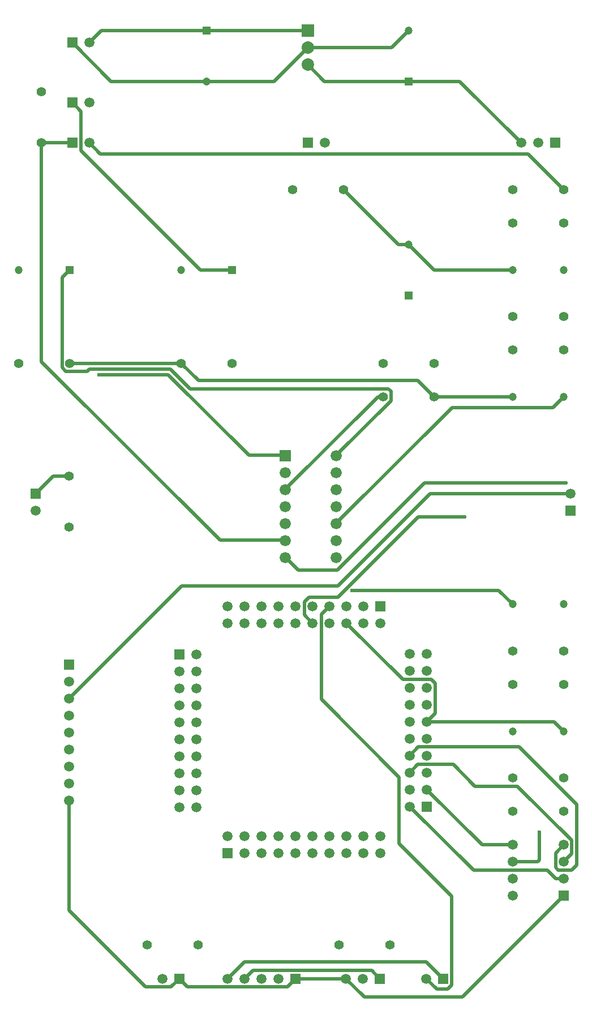
<source format=gbl>
G04 Layer_Physical_Order=2*
G04 Layer_Color=16711680*
%FSLAX25Y25*%
%MOIN*%
G70*
G01*
G75*
%ADD10C,0.01968*%
%ADD11C,0.05900*%
%ADD12R,0.05900X0.05900*%
%ADD13C,0.06600*%
%ADD14R,0.06600X0.06600*%
%ADD15C,0.04724*%
%ADD16R,0.04724X0.04724*%
%ADD17R,0.04724X0.04724*%
%ADD18C,0.05905*%
%ADD19R,0.05905X0.05905*%
%ADD20R,0.05905X0.05905*%
%ADD21C,0.07323*%
%ADD22R,0.07323X0.07323*%
%ADD23C,0.05512*%
%ADD24C,0.02362*%
D10*
X336221Y109342D02*
Y125591D01*
X334989Y108110D02*
X336221Y109342D01*
X320394Y108110D02*
X334989D01*
X186535Y287402D02*
X194087Y279850D01*
X345847Y98110D02*
X350394D01*
X302441Y118110D02*
X320394D01*
X350394Y108110D02*
X355150Y112866D01*
X216535Y347402D02*
X248650Y379516D01*
X165153Y347402D02*
X186535D01*
X147977Y297402D02*
X186535D01*
X225850Y268050D02*
X312226D01*
X320433Y259842D01*
X217378Y263850D02*
X264778Y311250D01*
X217350Y270450D02*
X271861Y324961D01*
X125332Y270450D02*
X217350D01*
X200450Y263850D02*
X217378D01*
X217050Y279850D02*
X268450Y331250D01*
X194087Y279850D02*
X217050D01*
X357950Y106150D02*
Y141950D01*
X355150Y112866D02*
Y120750D01*
X140157Y597677D02*
X169850D01*
X169889Y597638D01*
X199606D01*
X274055Y381890D02*
X320433D01*
X59488Y401575D02*
X125158D01*
X192520Y39370D02*
X222126D01*
X42913Y531457D02*
X51850D01*
X51889Y531496D01*
X61024D01*
X124016Y39370D02*
X128836Y34550D01*
X187699D01*
X192520Y39370D01*
X237346Y44150D02*
X242126Y39370D01*
X167299Y44150D02*
X237346D01*
X162520Y39370D02*
X167299Y44150D01*
X269548Y49350D02*
X279528Y39370D01*
X162499Y49350D02*
X269548D01*
X152520Y39370D02*
X162499Y49350D01*
X329420Y524950D02*
X350433Y503937D01*
X77570Y524950D02*
X329420D01*
X71024Y531496D02*
X77570Y524950D01*
X199606Y587638D02*
X249016D01*
X259055Y597677D01*
X179646Y567677D02*
X199606Y587638D01*
X140157Y567677D02*
X179646D01*
X49646Y335079D02*
X59055D01*
X39370Y324803D02*
X49646Y335079D01*
X289252Y567677D02*
X325433Y531496D01*
X259055Y567677D02*
X289252D01*
X269843Y150709D02*
X302441Y118110D01*
X344193Y375650D02*
X350433Y381890D01*
X284783Y375650D02*
X344193D01*
X216535Y307402D02*
X284783Y375650D01*
X207750Y253891D02*
X212520Y258661D01*
X207750Y203750D02*
Y253891D01*
Y203750D02*
X253450Y158050D01*
Y118950D02*
Y158050D01*
Y118950D02*
X284350Y88050D01*
Y35507D02*
Y88050D01*
X281992Y33150D02*
X284350Y35507D01*
X275748Y33150D02*
X281992D01*
X269528Y39370D02*
X275748Y33150D01*
X259843Y160709D02*
X264584Y165450D01*
X285475D01*
X298213Y152711D01*
X323188D01*
X355150Y120750D01*
X340808Y103150D02*
X345847Y98110D01*
X297402Y103150D02*
X340808D01*
X259843Y140709D02*
X297402Y103150D01*
X345650Y113366D02*
X350394Y118110D01*
X345650Y104850D02*
Y113366D01*
Y104850D02*
X347150Y103350D01*
X355150D01*
X357950Y106150D01*
X324150Y175750D02*
X357950Y141950D01*
X264884Y175750D02*
X324150D01*
X259843Y170709D02*
X264884Y175750D01*
X59055Y79544D02*
Y144173D01*
Y79544D02*
X104050Y34550D01*
X119195D01*
X124016Y39370D01*
X271861Y324961D02*
X354331D01*
X59055Y204173D02*
X125332Y270450D01*
X268450Y331250D02*
X351850D01*
X71024Y590551D02*
X78150Y597677D01*
X140157D01*
X54950Y452154D02*
X59488Y456693D01*
X54950Y399150D02*
Y452154D01*
Y399150D02*
X57150Y396950D01*
X69750D01*
X71150Y398350D01*
X118650D01*
X130450Y386550D01*
X247250D01*
X248650Y385150D01*
Y379516D02*
Y385150D01*
X125158Y401575D02*
X135283Y391450D01*
X264495D01*
X274055Y381890D01*
X259055Y471693D02*
X274055Y456693D01*
X320433D01*
X220906Y503937D02*
X253150Y471693D01*
X259055D01*
X344764Y190709D02*
X350433Y185039D01*
X269843Y190709D02*
X344764D01*
X269843D02*
X274650Y195516D01*
Y213150D01*
X272350Y215450D02*
X274650Y213150D01*
X255731Y215450D02*
X272350D01*
X222520Y248661D02*
X255731Y215450D01*
X83897Y567677D02*
X140157D01*
X61024Y590551D02*
X83897Y567677D01*
X264778Y311250D02*
X292250D01*
X197750Y261150D02*
X200450Y263850D01*
X197750Y253431D02*
Y261150D01*
Y253431D02*
X202520Y248661D01*
X290833Y28550D02*
X350394Y88110D01*
X232946Y28550D02*
X290833D01*
X222126Y39370D02*
X232946Y28550D01*
X199606Y577638D02*
X209567Y567677D01*
X259055D01*
X76850Y395050D02*
X117505D01*
X165153Y347402D01*
X42913Y402465D02*
X147977Y297402D01*
X42913Y402465D02*
Y531457D01*
X136306Y456693D02*
X155157D01*
X66250Y526750D02*
X136306Y456693D01*
X66250Y526750D02*
Y549892D01*
X61024Y555118D02*
X66250Y549892D01*
X241023Y381890D02*
X244055D01*
X186535Y327402D02*
X241023Y381890D01*
D11*
X320394Y88110D02*
D03*
Y98110D02*
D03*
Y108110D02*
D03*
Y118110D02*
D03*
X350394D02*
D03*
Y108110D02*
D03*
Y98110D02*
D03*
D12*
Y88110D02*
D03*
D13*
X216535Y347165D02*
D03*
Y337165D02*
D03*
Y327165D02*
D03*
Y317165D02*
D03*
Y307165D02*
D03*
Y297165D02*
D03*
Y287165D02*
D03*
X186535D02*
D03*
Y297165D02*
D03*
Y307165D02*
D03*
Y317165D02*
D03*
Y327165D02*
D03*
Y337165D02*
D03*
D14*
Y347165D02*
D03*
D15*
X140157Y567677D02*
D03*
X259055Y597677D02*
D03*
Y471693D02*
D03*
X320433Y456693D02*
D03*
X350433D02*
D03*
X320433Y381890D02*
D03*
X350433D02*
D03*
X125157Y456693D02*
D03*
X350433Y185039D02*
D03*
X320433D02*
D03*
X350433Y259842D02*
D03*
X320433D02*
D03*
X29488Y456693D02*
D03*
D16*
X140157Y597677D02*
D03*
X259055Y567677D02*
D03*
Y441693D02*
D03*
D17*
X155157Y456693D02*
D03*
X59488D02*
D03*
D18*
X354331Y324961D02*
D03*
X39370Y314803D02*
D03*
X209606Y531496D02*
D03*
X114016Y39370D02*
D03*
X59055Y214173D02*
D03*
Y144173D02*
D03*
Y154173D02*
D03*
Y164173D02*
D03*
Y174173D02*
D03*
Y184173D02*
D03*
Y194173D02*
D03*
Y204173D02*
D03*
X71024Y590551D02*
D03*
X182520Y39370D02*
D03*
X172520D02*
D03*
X162520D02*
D03*
X152520D02*
D03*
X269528D02*
D03*
X222126D02*
D03*
X232126D02*
D03*
X325433Y531496D02*
D03*
X335433D02*
D03*
X71024Y555118D02*
D03*
X71024Y531496D02*
D03*
X259843Y230709D02*
D03*
X269843D02*
D03*
X259843Y220709D02*
D03*
X269843D02*
D03*
X259843Y210709D02*
D03*
X269843D02*
D03*
X259843Y200709D02*
D03*
X269843D02*
D03*
X259843Y190709D02*
D03*
X269843D02*
D03*
X259843Y180709D02*
D03*
X269843D02*
D03*
X259843Y170709D02*
D03*
X269843D02*
D03*
X259843Y160709D02*
D03*
X269843D02*
D03*
X259843Y150709D02*
D03*
X269843D02*
D03*
X259843Y140709D02*
D03*
X152520Y248661D02*
D03*
Y258661D02*
D03*
X162520Y248661D02*
D03*
Y258661D02*
D03*
X172520Y248661D02*
D03*
Y258661D02*
D03*
X182520Y248661D02*
D03*
Y258661D02*
D03*
X192520Y248661D02*
D03*
Y258661D02*
D03*
X202520Y248661D02*
D03*
Y258661D02*
D03*
X212520Y248661D02*
D03*
Y258661D02*
D03*
X222520Y248661D02*
D03*
Y258661D02*
D03*
X232520Y248661D02*
D03*
Y258661D02*
D03*
X242520Y248661D02*
D03*
X134252Y140079D02*
D03*
X124252D02*
D03*
X134252Y150079D02*
D03*
X124252D02*
D03*
X134252Y160079D02*
D03*
X124252D02*
D03*
X134252Y170079D02*
D03*
X124252D02*
D03*
X134252Y180079D02*
D03*
X124252D02*
D03*
X134252Y190079D02*
D03*
X124252D02*
D03*
X134252Y200079D02*
D03*
X124252D02*
D03*
X134252Y210079D02*
D03*
X124252D02*
D03*
X134252Y220079D02*
D03*
X124252D02*
D03*
X134252Y230079D02*
D03*
X242520Y123386D02*
D03*
Y113386D02*
D03*
X232520Y123386D02*
D03*
Y113386D02*
D03*
X222520Y123386D02*
D03*
Y113386D02*
D03*
X212520Y123386D02*
D03*
Y113386D02*
D03*
X202520Y123386D02*
D03*
Y113386D02*
D03*
X192520Y123386D02*
D03*
Y113386D02*
D03*
X182520Y123386D02*
D03*
Y113386D02*
D03*
X172520Y123386D02*
D03*
Y113386D02*
D03*
X162520Y123386D02*
D03*
Y113386D02*
D03*
X152520Y123386D02*
D03*
D19*
X354331Y314961D02*
D03*
X39370Y324803D02*
D03*
X59055Y224173D02*
D03*
X269843Y140709D02*
D03*
X124252Y230079D02*
D03*
D20*
X199606Y531496D02*
D03*
X124016Y39370D02*
D03*
X61024Y590551D02*
D03*
X192520Y39370D02*
D03*
X279528D02*
D03*
X242126D02*
D03*
X345433Y531496D02*
D03*
X61024Y555118D02*
D03*
X61024Y531496D02*
D03*
X242520Y258661D02*
D03*
X152520Y113386D02*
D03*
D21*
X199606Y577638D02*
D03*
Y587638D02*
D03*
D22*
Y597638D02*
D03*
D23*
X59055Y305079D02*
D03*
Y335079D02*
D03*
X220906Y503937D02*
D03*
X190906D02*
D03*
X135079Y59055D02*
D03*
X105079D02*
D03*
X218071D02*
D03*
X248071D02*
D03*
X244055Y401575D02*
D03*
X274055D02*
D03*
Y381890D02*
D03*
X244055D02*
D03*
X350433Y503937D02*
D03*
X320433D02*
D03*
Y484252D02*
D03*
X350433D02*
D03*
Y429134D02*
D03*
X320433D02*
D03*
Y409449D02*
D03*
X350433D02*
D03*
X42913Y561457D02*
D03*
Y531457D02*
D03*
X125158Y401575D02*
D03*
X155158D02*
D03*
X320433Y137795D02*
D03*
X350433D02*
D03*
Y157480D02*
D03*
X320433D02*
D03*
Y212598D02*
D03*
X350433D02*
D03*
Y232283D02*
D03*
X320433D02*
D03*
X59488Y401575D02*
D03*
X29488D02*
D03*
D24*
X336221Y125591D02*
D03*
X351850Y331250D02*
D03*
X292250Y311250D02*
D03*
X76850Y395050D02*
D03*
X225850Y268050D02*
D03*
M02*

</source>
